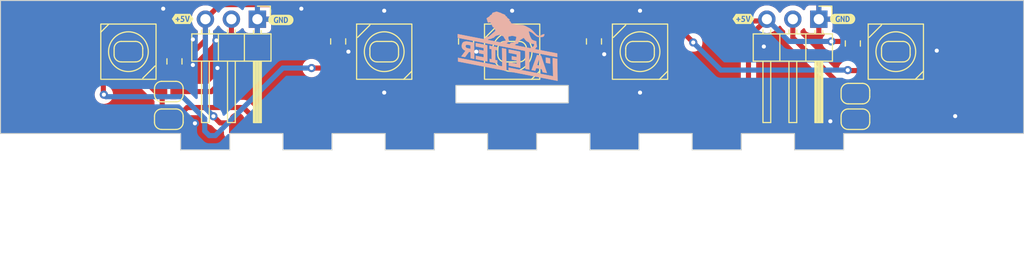
<source format=kicad_pcb>
(kicad_pcb (version 20221018) (generator pcbnew)
  (layers (0 "F.Cu" signal) (31 "B.Cu" signal) (34 "B.Paste" user) (35 "F.Paste" user) (36 "B.SilkS" user "B.Silkscreen") (37 "F.SilkS" user "F.Silkscreen") (38 "B.Mask" user) (39 "F.Mask" user) (44 "Edge.Cuts" user))
  (net 0 "")
  (net 1 "VDD")
  (net 2 "GND")
  (net 3 "Net-(J1-Pin_2)")
  (net 4 "Net-(J2-Pin_2)")
  (net 5 "Net-(J4-Pin_2)")
  (net 6 "Net-(JP1-B)")
  (net 7 "Net-(JP5-B)")
  (net 8 "Net-(JP6-B)")
  (net 9 "Net-(JP7-B)")
  (net 10 "Net-(J3-Pin_2)")
  (net 11 "Net-(JP3-B)")
  (net 12 "Net-(JP4-B)")
  (footprint "Connector_Wire:SolderWirePad_1x03_Corner_SMD" (layer "F.Cu") (at 100 110 180)
    (fp_text reference "J2" hide)
    (fp_text value "Conn_01x03" hide)
  )
  (footprint "Connector_Wire:SolderWirePad_1x03_Corner_SMD" (layer "F.Cu") (at 50 109.975 180)
    (fp_text reference "J4" hide)
    (fp_text value "Conn_01x03" hide)
  )
  (footprint "kibuzzard-64B19658" (layer "F.Cu") (at 97.6 98.8)
    (fp_text reference "kibuzzard-64B19658" hide)
    (fp_text value "G***" hide)
  )
  (footprint "Connector_PinHeader_2.54mm:PinHeader_1x03_P2.54mm_Horizontal" (layer "F.Cu") (at 104.975 98.825 -90)
    (fp_text reference "J1" hide)
    (fp_text value "Conn_01x03")
  )
  (footprint "Jumper:SolderJumper-2_P1.3mm_Open_RoundedPad1.0x1.5mm" (layer "F.Cu") (at 41.45 105.9 180)
    (fp_text reference "JP8" hide)
    (fp_text value "SolderJumper_2_Open" hide)
  )
  (footprint "Capacitor_SMD:C_0805_2012Metric" (layer "F.Cu") (at 42 102.95 90)
    (fp_text reference "C5" hide)
    (fp_text value "100nF" hide)
  )
  (footprint "LED_SMD:IN-PI55TATPRPGPB" (layer "F.Cu") (at 112.5 102)
    (fp_text reference "U1" hide)
    (fp_text value "IN-PI55TATPRPGPB " hide)
  )
  (footprint "Capacitor_SMD:C_0805_2012Metric" (layer "F.Cu") (at 70.5 101 -90)
    (fp_text reference "C3" hide)
    (fp_text value "100nF" hide)
  )
  (footprint "LED_SMD:IN-PI55TATPRPGPB" (layer "F.Cu") (at 62.5 102)
    (fp_text reference "U4" hide)
    (fp_text value "IN-PI55TATPRPGPB " hide)
  )
  (footprint "Jumper:SolderJumper-2_P1.3mm_Open_RoundedPad1.0x1.5mm" (layer "F.Cu") (at 108.55 106.1)
    (fp_text reference "JP1" hide)
    (fp_text value "SolderJumper_2_Open" hide)
  )
  (footprint "Jumper:SolderJumper-2_P1.3mm_Open_RoundedPad1.0x1.5mm" (layer "F.Cu") (at 37.5 102)
    (fp_text reference "JP7" hide)
    (fp_text value "SolderJumper_2_Open" hide)
  )
  (footprint "Jumper:SolderJumper-2_P1.3mm_Open_RoundedPad1.0x1.5mm" (layer "F.Cu") (at 112.5 102 180)
    (fp_text reference "JP3" hide)
    (fp_text value "SolderJumper_2_Open" hide)
  )
  (footprint "LED_SMD:IN-PI55TATPRPGPB" (layer "F.Cu") (at 37.5 102 180)
    (fp_text reference "U5" hide)
    (fp_text value "IN-PI55TATPRPGPB " hide)
  )
  (footprint "Jumper:SolderJumper-2_P1.3mm_Open_RoundedPad1.0x1.5mm" (layer "F.Cu") (at 41.45 108.6 180)
    (fp_text reference "JP9" hide)
    (fp_text value "SolderJumper_2_Open" hide)
  )
  (footprint "Capacitor_SMD:C_0805_2012Metric" (layer "F.Cu") (at 108.3 101.2 -90)
    (fp_text reference "C1" hide)
    (fp_text value "100nF" hide)
  )
  (footprint "Capacitor_SMD:C_0805_2012Metric" (layer "F.Cu") (at 83 101 -90)
    (fp_text reference "C2" hide)
    (fp_text value "100nF" hide)
  )
  (footprint "Connector_PinHeader_2.54mm:PinHeader_1x03_P2.54mm_Horizontal" (layer "F.Cu") (at 50.105 98.825 -90)
    (fp_text reference "J3" hide)
    (fp_text value "Conn_01x03")
  )
  (footprint "kibuzzard-64B1960B" (layer "F.Cu") (at 52.4 98.9)
    (fp_text reference "kibuzzard-64B1960B" hide)
    (fp_text value "G***" hide)
  )
  (footprint "Jumper:SolderJumper-2_P1.3mm_Open_RoundedPad1.0x1.5mm" (layer "F.Cu") (at 75 102 180)
    (fp_text reference "JP5" hide)
    (fp_text value "SolderJumper_2_Open" hide)
  )
  (footprint "LED_SMD:IN-PI55TATPRPGPB" (layer "F.Cu") (at 75 102)
    (fp_text reference "U3" hide)
    (fp_text value "IN-PI55TATPRPGPB " hide)
  )
  (footprint "LED_SMD:IN-PI55TATPRPGPB" (layer "F.Cu") (at 87.5 102)
    (fp_text reference "U2" hide)
    (fp_text value "IN-PI55TATPRPGPB " hide)
  )
  (footprint "Jumper:SolderJumper-2_P1.3mm_Open_RoundedPad1.0x1.5mm" (layer "F.Cu") (at 87.5 102 180)
    (fp_text reference "JP4" hide)
    (fp_text value "SolderJumper_2_Open" hide)
  )
  (footprint "kibuzzard-64B1960B" (layer "F.Cu") (at 107.3 98.8)
    (fp_text reference "kibuzzard-64B1960B" hide)
    (fp_text value "G***" hide)
  )
  (footprint "kibuzzard-64B19658" (layer "F.Cu") (at 42.8 98.8)
    (fp_text reference "kibuzzard-64B19658" hide)
    (fp_text value "G***" hide)
  )
  (footprint "Capacitor_SMD:C_0805_2012Metric" (layer "F.Cu") (at 58 101 -90)
    (fp_text reference "C4" hide)
    (fp_text value "100nF" hide)
  )
  (footprint "Jumper:SolderJumper-2_P1.3mm_Open_RoundedPad1.0x1.5mm" (layer "F.Cu") (at 108.55 108.6)
    (fp_text reference "JP2" hide)
    (fp_text value "SolderJumper_2_Open" hide)
  )
  (footprint "Jumper:SolderJumper-2_P1.3mm_Open_RoundedPad1.0x1.5mm" (layer "F.Cu") (at 62.5 102 180)
    (fp_text reference "JP6" hide)
    (fp_text value "SolderJumper_2_Open" hide)
  )
  (gr_poly (pts (xy 76.902626 103.79305) (xy 77.259897 103.862503) (xy 77.347044 103.599284) (xy 77.899196 103.706605) (xy 77.989609 104.004344) (xy 78.392396 104.082644) (xy 78.161472 103.387617) (xy 77.808411 103.387617) (xy 77.435968 103.315187) (xy 77.617249 102.752493) (xy 77.808411 103.387617) (xy 78.161472 103.387617) (xy 77.833794 102.401383) (xy 77.437581 102.324364)) (stroke (width 0.032045)) (fill solid) (layer "B.SilkS"))
  (gr_poly (pts (xy 78.306199 103.083346) (xy 78.711632 103.162142) (xy 78.70109 102.649843) (xy 78.298593 102.571584)) (stroke (width 0.032045)) (fill solid) (layer "B.SilkS"))
  (gr_poly (pts (xy 74.670329 102.113731) (xy 75.441175 102.263551) (xy 75.444152 102.537229) (xy 74.97431 102.445907) (xy 74.975798 102.773453) (xy 75.445641 102.864776) (xy 75.448947 103.183267) (xy 74.678101 103.033406) (xy 74.679589 103.360952) (xy 75.801216 103.578944) (xy 75.788275 102.003805) (xy 74.666649 101.785772)) (stroke (width 0.032045)) (fill solid) (layer "B.SilkS"))
  (gr_poly (pts (xy 71.451962 101.488115) (xy 72.222809 101.637977) (xy 72.225785 101.911655) (xy 71.755902 101.820333) (xy 71.757431 102.147837) (xy 72.227274 102.239201) (xy 72.230581 102.557652) (xy 71.459734 102.407832) (xy 71.461222 102.735337) (xy 72.582849 102.953369) (xy 72.569909 101.378189) (xy 71.448282 101.160197)) (stroke (width 0.032045)) (fill solid) (layer "B.SilkS"))
  (gr_poly (pts (xy 74.044961 103.442022) (xy 69.712326 102.59982) (xy 69.717246 102.957793) (xy 74.443324 103.876435) (xy 74.407688 101.735418) (xy 74.00825 101.657779)) (stroke (width 0.032045)) (fill solid) (layer "B.SilkS"))
  (gr_poly (pts (xy 79.00594 104.406304) (xy 74.652345 103.560051) (xy 74.65834 103.91823) (xy 79.439319 104.847579) (xy 79.407569 102.707307) (xy 78.969229 102.622103)) (stroke (width 0.032045)) (fill solid) (layer "B.SilkS"))
  (gr_poly (pts (xy 73.480376 98.09557) (xy 73.477022 98.097448) (xy 73.473359 98.099293) (xy 73.469422 98.101091) (xy 73.46525 98.102823) (xy 73.460879 98.104472) (xy 73.456345 98.106023) (xy 73.451685 98.107459) (xy 73.446937 98.108762) (xy 73.442136 98.109916) (xy 73.43732 98.110905) (xy 73.432526 98.111711) (xy 73.427791 98.112318) (xy 73.42315 98.112709) (xy 73.418642 98.112867) (xy 73.414302 98.112776) (xy 73.409535 98.113327) (xy 73.403992 98.114223) (xy 73.390829 98.116946) (xy 73.375314 98.120739) (xy 73.357946 98.125393) (xy 73.319651 98.136451) (xy 73.279943 98.148454) (xy 73.270091 98.152096) (xy 73.260355 98.155852) (xy 73.250807 98.159674) (xy 73.241518 98.163513) (xy 73.224005 98.171051) (xy 73.208391 98.178082) (xy 73.195248 98.184221) (xy 73.18515 98.189082) (xy 73.176383 98.193433) (xy 73.174536 98.191883) (xy 73.172661 98.190402) (xy 73.170765 98.188988) (xy 73.168853 98.18764) (xy 73.16693 98.186358) (xy 73.165003 98.185138) (xy 73.161157 98.182885) (xy 73.15736 98.180871) (xy 73.153656 98.179086) (xy 73.150091 98.177519) (xy 73.146711 98.17616) (xy 73.143559 98.174999) (xy 73.140682 98.174026) (xy 73.138123 98.173231) (xy 73.135929 98.172604) (xy 73.132813 98.17181) (xy 73.131694 98.171563) (xy 73.129781 98.175252) (xy 73.128004 98.178557) (xy 73.126343 98.18152) (xy 73.124773 98.184186) (xy 73.123272 98.186596) (xy 73.121817 98.188796) (xy 73.120385 98.190829) (xy 73.118954 98.192736) (xy 73.1175 98.194563) (xy 73.116001 98.196353) (xy 73.114434 98.198148) (xy 73.112776 98.199992) (xy 73.104781 98.208729) (xy 73.100355 98.213888) (xy 73.096256 98.219149) (xy 73.092158 98.224793) (xy 73.087739 98.231101) (xy 73.076644 98.246832) (xy 73.06932 98.256818) (xy 73.060381 98.268591) (xy 73.055489 98.275373) (xy 73.05069 98.282852) (xy 73.046014 98.290872) (xy 73.041491 98.299277) (xy 73.037153 98.30791) (xy 73.033031 98.316613) (xy 73.029155 98.325231) (xy 73.025556 98.333607) (xy 73.019313 98.349006) (xy 73.014548 98.361557) (xy 73.01044 98.373101) (xy 73.001878 98.378772) (xy 72.981442 98.391913) (xy 72.969231 98.39947) (xy 72.957004 98.406717) (xy 72.945746 98.412928) (xy 72.940787 98.415419) (xy 72.93644 98.417378) (xy 72.932773 98.419717) (xy 72.928861 98.421993) (xy 72.924753 98.4242) (xy 72.920495 98.426335) (xy 72.916139 98.428392) (xy 72.911731 98.430368) (xy 72.902959 98.434054) (xy 72.875586 98.44458) (xy 72.873683 98.445153) (xy 72.87186 98.445795) (xy 72.870114 98.446502) (xy 72.868443 98.447268) (xy 72.866845 98.448089) (xy 72.865318 98.448961) (xy 72.863859 98.449878) (xy 72.862467 98.450837) (xy 72.86114 98.451833) (xy 72.859875 98.452861) (xy 72.85867 98.453916) (xy 72.857524 98.454994) (xy 72.856434 98.45609) (xy 72.855398 98.4572) (xy 72.85348 98.459443) (xy 72.851753 98.461685) (xy 72.850202 98.463889) (xy 72.848808 98.466019) (xy 72.847556 98.468038) (xy 72.84541 98.471594) (xy 72.844482 98.473058) (xy 72.843629 98.474263) (xy 72.843113 98.47601) (xy 72.842042 98.478786) (xy 72.83849 98.486827) (xy 72.833479 98.497184) (xy 72.827516 98.508656) (xy 72.824336 98.514434) (xy 72.821107 98.52004) (xy 72.817894 98.525324) (xy 72.814759 98.530135) (xy 72.811767 98.534323) (xy 72.808979 98.537738) (xy 72.807682 98.539109) (xy 72.80646 98.540231) (xy 72.80532 98.541084) (xy 72.804272 98.541649) (xy 72.801406 98.543216) (xy 72.798249 98.545261) (xy 72.794848 98.547717) (xy 72.791251 98.550516) (xy 72.787503 98.553592) (xy 72.783653 98.556877) (xy 72.775828 98.563804) (xy 72.760995 98.577207) (xy 72.754734 98.582607) (xy 72.752057 98.584746) (xy 72.749743 98.586422) (xy 72.744653 98.589959) (xy 72.738066 98.594697) (xy 72.721688 98.606647) (xy 72.703194 98.620019) (xy 72.693961 98.626534) (xy 72.685168 98.632558) (xy 72.680676 98.635422) (xy 72.675713 98.638322) (xy 72.670352 98.641249) (xy 72.664668 98.644193) (xy 72.652622 98.650095) (xy 72.640163 98.655954) (xy 72.627881 98.661695) (xy 72.616364 98.667242) (xy 72.606201 98.67252) (xy 72.601811 98.675035) (xy 72.597979 98.677455) (xy 72.593062 98.684596) (xy 72.588655 98.690882) (xy 72.584805 98.696281) (xy 72.581555 98.700765) (xy 72.57895 98.704305) (xy 72.577035 98.706869) (xy 72.575449 98.708957) (xy 72.570909 98.710829) (xy 72.566581 98.712756) (xy 72.562462 98.714729) (xy 72.558547 98.716742) (xy 72.554831 98.718787) (xy 72.55131 98.720856) (xy 72.54798 98.722943) (xy 72.544835 98.725039) (xy 72.541872 98.727137) (xy 72.539086 98.72923) (xy 72.536472 98.73131) (xy 72.534025 98.733369) (xy 72.531743 98.735401) (xy 72.529618 98.737398) (xy 72.527649 98.739352) (xy 72.525829 98.741256) (xy 72.524154 98.743102) (xy 72.52262 98.744884) (xy 72.519956 98.748221) (xy 72.517801 98.751209) (xy 72.516119 98.753788) (xy 72.514873 98.755897) (xy 72.514028 98.757478) (xy 72.513396 98.758814) (xy 72.51478 98.760926) (xy 72.516086 98.763042) (xy 72.517312 98.765179) (xy 72.518452 98.767357) (xy 72.519505 98.769594) (xy 72.520465 98.771908) (xy 72.521331 98.774319) (xy 72.522097 98.776844) (xy 72.52276 98.779501) (xy 72.523317 98.78231) (xy 72.523765 98.785289) (xy 72.524098 98.788457) (xy 72.524315 98.791831) (xy 72.524411 98.795431) (xy 72.524383 98.799274) (xy 72.524227 98.80338) (xy 72.52448 98.805591) (xy 72.524864 98.80786) (xy 72.52537 98.810177) (xy 72.525989 98.812536) (xy 72.526712 98.814927) (xy 72.527529 98.817342) (xy 72.52941 98.822211) (xy 72.531561 98.827076) (xy 72.533908 98.83187) (xy 72.536377 98.836525) (xy 72.538896 98.840974) (xy 72.541393 98.845152) (xy 72.543793 98.84899) (xy 72.548014 98.855379) (xy 72.552091 98.861134) (xy 72.552084 98.864294) (xy 72.552184 98.867691) (xy 72.552449 98.87181) (xy 72.552666 98.874024) (xy 72.552951 98.876281) (xy 72.553313 98.878534) (xy 72.553761 98.880737) (xy 72.554305 98.882844) (xy 72.554953 98.884809) (xy 72.555714 98.886586) (xy 72.55614 98.88739) (xy 72.556597 98.888129) (xy 72.557445 98.88949) (xy 72.558111 98.890781) (xy 72.558618 98.892052) (xy 72.558991 98.893349) (xy 72.559254 98.89472) (xy 72.559431 98.896213) (xy 72.559622 98.899756) (xy 72.559758 98.90436) (xy 72.560032 98.910406) (xy 72.560281 98.91409) (xy 72.560637 98.918277) (xy 72.561123 98.923016) (xy 72.561765 98.928354) (xy 72.562466 98.931163) (xy 72.563249 98.933822) (xy 72.56411 98.936339) (xy 72.565041 98.93872) (xy 72.566039 98.940969) (xy 72.567098 98.943095) (xy 72.568213 98.945102) (xy 72.569377 98.946997) (xy 72.570586 98.948786) (xy 72.571834 98.950475) (xy 72.573116 98.95207) (xy 72.574427 98.953578) (xy 72.575761 98.955004) (xy 72.577113 98.956355) (xy 72.579848 98.958854) (xy 72.582589 98.961125) (xy 72.585295 98.963217) (xy 72.590424 98.967057) (xy 72.592762 98.968904) (xy 72.594891 98.970768) (xy 72.595864 98.971721) (xy 72.596769 98.972696) (xy 72.5976 98.9737) (xy 72.598352 98.974739) (xy 72.599227 98.976136) (xy 72.599962 98.977507) (xy 72.600566 98.978858) (xy 72.601044 98.980191) (xy 72.601406 98.98151) (xy 72.601658 98.982819) (xy 72.601809 98.984123) (xy 72.601865 98.985425) (xy 72.601835 98.986729) (xy 72.601726 98.988039) (xy 72.601302 98.990692) (xy 72.600654 98.993416) (xy 72.599841 98.996242) (xy 72.597969 99.002323) (xy 72.597031 99.00564) (xy 72.596173 99.009185) (xy 72.595456 99.012987) (xy 72.594939 99.017077) (xy 72.594776 99.019241) (xy 72.594686 99.021488) (xy 72.594676 99.023823) (xy 72.594755 99.02625) (xy 72.595073 99.031062) (xy 72.59552 99.035612) (xy 72.596091 99.03992) (xy 72.596783 99.044002) (xy 72.597593 99.047878) (xy 72.598516 99.051566) (xy 72.59955 99.055084) (xy 72.600689 99.058451) (xy 72.601932 99.061685) (xy 72.603273 99.064805) (xy 72.604709 99.067828) (xy 72.606238 99.070773) (xy 72.607854 99.073659) (xy 72.609554 99.076504) (xy 72.611335 99.079326) (xy 72.613193 99.082143) (xy 72.614927 99.08486) (xy 72.616373 99.087386) (xy 72.617582 99.089751) (xy 72.618607 99.091983) (xy 72.619499 99.094113) (xy 72.62031 99.09617) (xy 72.621893 99.10018) (xy 72.62277 99.102192) (xy 72.623772 99.104248) (xy 72.624951 99.106377) (xy 72.626359 99.108609) (xy 72.628047 99.110972) (xy 72.630067 99.113496) (xy 72.632472 99.11621) (xy 72.635311 99.119144) (xy 72.640756 99.124545) (xy 72.645055 99.128765) (xy 72.648599 99.132149) (xy 72.651781 99.13504) (xy 72.654991 99.137785) (xy 72.658623 99.140726) (xy 72.663066 99.144209) (xy 72.668714 99.148579) (xy 72.670258 99.149781) (xy 72.671703 99.150927) (xy 72.67305 99.152016) (xy 72.674305 99.153051) (xy 72.675469 99.154032) (xy 72.676547 99.154961) (xy 72.677542 99.155839) (xy 72.678457 99.156667) (xy 72.679295 99.157446) (xy 72.68006 99.158179) (xy 72.680756 99.158865) (xy 72.681384 99.159507) (xy 72.68195 99.160105) (xy 72.682456 99.16066) (xy 72.682905 99.161175) (xy 72.683301 99.16165) (xy 72.683647 99.162087) (xy 72.683947 99.162486) (xy 72.684203 99.162849) (xy 72.68442 99.163178) (xy 72.6846 99.163473) (xy 72.684747 99.163736) (xy 72.684864 99.163968) (xy 72.684955 99.16417) (xy 72.685022 99.164343) (xy 72.68507 99.16449) (xy 72.685101 99.16461) (xy 72.685119 99.164706) (xy 72.685129 99.164829) (xy 72.685127 99.164867) (xy 72.689168 99.163769) (xy 72.693733 99.162244) (xy 72.69651 99.161193) (xy 72.699562 99.159933) (xy 72.702849 99.158452) (xy 72.706331 99.156736) (xy 72.709966 99.154773) (xy 72.713714 99.15255) (xy 72.717536 99.150054) (xy 72.721389 99.147274) (xy 72.725235 99.144195) (xy 72.729031 99.140806) (xy 72.730873 99.139129) (xy 72.732645 99.137637) (xy 72.734351 99.136323) (xy 72.735999 99.135178) (xy 72.737594 99.134192) (xy 72.739143 99.133357) (xy 72.74065 99.132663) (xy 72.742123 99.132102) (xy 72.743566 99.131664) (xy 72.744986 99.131341) (xy 72.74639 99.131123) (xy 72.747782 99.131001) (xy 72.749169 99.130968) (xy 72.750556 99.131012) (xy 72.753358 99.131301) (xy 72.756234 99.131796) (xy 72.759231 99.132425) (xy 72.765783 99.133796) (xy 72.769432 99.134394) (xy 72.773393 99.134839) (xy 72.775506 99.134981) (xy 72.777715 99.135057) (xy 72.780025 99.135059) (xy 72.782444 99.134977) (xy 72.800889 99.133291) (xy 72.81055 99.132456) (xy 72.820218 99.131775) (xy 72.829681 99.13136) (xy 72.834269 99.131287) (xy 72.838726 99.131323) (xy 72.843025 99.131481) (xy 72.847139 99.131775) (xy 72.851043 99.132219) (xy 72.854708 99.132828) (xy 72.857334 99.133391) (xy 72.859905 99.134035) (xy 72.862422 99.134754) (xy 72.864885 99.135544) (xy 72.867294 99.1364) (xy 72.869651 99.137318) (xy 72.871954 99.138292) (xy 72.874205 99.139318) (xy 72.876403 99.140391) (xy 72.87855 99.141507) (xy 72.882689 99.143847) (xy 72.886623 99.146299) (xy 72.890357 99.148827) (xy 72.893892 99.151393) (xy 72.89723 99.153958) (xy 72.900375 99.156485) (xy 72.90333 99.158936) (xy 72.908675 99.163459) (xy 72.911072 99.165455) (xy 72.913288 99.167223) (xy 72.915337 99.169074) (xy 72.917241 99.171322) (xy 72.919014 99.173937) (xy 72.920673 99.176887) (xy 72.922233 99.180144) (xy 72.92371 99.183676) (xy 72.925119 99.187452) (xy 72.926477 99.191444) (xy 72.929099 99.199949) (xy 72.931702 99.208949) (xy 72.93441 99.218199) (xy 72.937349 99.227457) (xy 72.938825 99.232033) (xy 72.940164 99.236577) (xy 72.941376 99.241087) (xy 72.942471 99.245559) (xy 72.94435 99.254381) (xy 72.945884 99.263021) (xy 72.947151 99.271454) (xy 72.948233 99.27966) (xy 72.950165 99.295298) (xy 72.950729 99.297246) (xy 72.951343 99.299199) (xy 72.952706 99.303107) (xy 72.954218 99.306987) (xy 72.955843 99.310803) (xy 72.957545 99.314519) (xy 72.959287 99.3181) (xy 72.961035 99.321509) (xy 72.962751 99.324711) (xy 72.9644 99.32767) (xy 72.965947 99.330351) (xy 72.968586 99.334733) (xy 72.971042 99.338583) (xy 72.976228 99.330793) (xy 72.981342 99.322798) (xy 72.986192 99.314982) (xy 72.990588 99.307727) (xy 72.997254 99.296436) (xy 72.999815 99.291991) (xy 73.001807 99.295169) (xy 73.004016 99.299192) (xy 73.006479 99.304259) (xy 73.009235 99.310569) (xy 73.012319 99.318322) (xy 73.015769 99.327716) (xy 73.019623 99.338951) (xy 73.023918 99.352225) (xy 73.041036 99.422946) (xy 73.0436 99.432106) (xy 73.046366 99.441119) (xy 73.049364 99.44992) (xy 73.052628 99.458443) (xy 73.056189 99.466622) (xy 73.06008 99.474392) (xy 73.064333 99.481688) (xy 73.068979 99.488444) (xy 73.072909 99.494434) (xy 73.076221 99.499768) (xy 73.078994 99.504536) (xy 73.081305 99.508832) (xy 73.083231 99.512746) (xy 73.084851 99.51637) (xy 73.086242 99.519797) (xy 73.087481 99.523117) (xy 73.089817 99.529806) (xy 73.092479 99.537171) (xy 73.094126 99.541336) (xy 73.096088 99.545946) (xy 73.098443 99.551091) (xy 73.101267 99.556864) (xy 73.104312 99.562782) (xy 73.107268 99.568305) (xy 73.11012 99.573435) (xy 73.112852 99.578172) (xy 73.115452 99.58252) (xy 73.117902 99.586479) (xy 73.12019 99.590052) (xy 73.122299 99.593241) (xy 73.124215 99.596048) (xy 73.125924 99.598474) (xy 73.127411 99.600522) (xy 73.12866 99.602193) (xy 73.130389 99.604414) (xy 73.130991 99.60515) (xy 73.132253 99.603256) (xy 73.133461 99.601355) (xy 73.134615 99.599451) (xy 73.135717 99.597551) (xy 73.137766 99.593773) (xy 73.139617 99.590057) (xy 73.141277 99.586437) (xy 73.142752 99.582949) (xy 73.144052 99.579627) (xy 73.145183 99.576507) (xy 73.146152 99.573622) (xy 73.146968 99.571009) (xy 73.148169 99.566736) (xy 73.149057 99.562982) (xy 73.153069 99.570098) (xy 73.157527 99.577734) (xy 73.163124 99.586972) (xy 73.16949 99.596974) (xy 73.176254 99.6069) (xy 73.179669 99.611573) (xy 73.183044 99.615913) (xy 73.186333 99.619815) (xy 73.189489 99.623175) (xy 73.197877 99.630449) (xy 73.207898 99.639346) (xy 73.218822 99.649492) (xy 73.224395 99.654917) (xy 73.229919 99.660515) (xy 73.235304 99.666238) (xy 73.240458 99.67204) (xy 73.24529 99.677874) (xy 73.249708 99.683694) (xy 73.253622 99.689454) (xy 73.25694 99.695105) (xy 73.258347 99.697876) (xy 73.259571 99.700602) (xy 73.2606 99.703279) (xy 73.261422 99.705899) (xy 73.263126 99.711336) (xy 73.26392 99.713334) (xy 73.264681 99.714905) (xy 73.265412 99.716088) (xy 73.26612 99.71692) (xy 73.266807 99.717443) (xy 73.267478 99.717694) (xy 73.268137 99.717714) (xy 73.268788 99.71754) (xy 73.270086 99.71677) (xy 73.27278 99.714638) (xy 73.274244 99.7139) (xy 73.27502 99.713751) (xy 73.275831 99.7138) (xy 73.276682 99.714086) (xy 73.277576 99.714649) (xy 73.278519 99.715527) (xy 73.279514 99.716761) (xy 73.280565 99.718388) (xy 73.281677 99.720449) (xy 73.282854 99.722981) (xy 73.284101 99.726025) (xy 73.286818 99.733804) (xy 73.289865 99.744097) (xy 73.291583 99.749518) (xy 73.293835 99.755384) (xy 73.296565 99.761641) (xy 73.299716 99.768235) (xy 73.303233 99.775111) (xy 73.307059 99.782215) (xy 73.315414 99.796893) (xy 73.349934 99.8539) (xy 73.372051 99.8909) (xy 73.366594 99.951878) (xy 73.316571 100.023688) (xy 73.210214 100.118347) (xy 73.118319 100.198338) (xy 73.074667 100.235318) (xy 73.037105 100.26603) (xy 72.999385 100.297971) (xy 72.955419 100.336378) (xy 72.860641 100.42038) (xy 72.815773 100.459872) (xy 72.776549 100.493622) (xy 72.745942 100.518578) (xy 72.734798 100.526804) (xy 72.726923 100.531688) (xy 72.720194 100.534688) (xy 72.712329 100.537528) (xy 72.703461 100.540218) (xy 72.693719 100.542769) (xy 72.672147 100.547505) (xy 72.648666 100.551827) (xy 72.556722 100.566828) (xy 72.540278 100.569914) (xy 72.525173 100.573042) (xy 72.511336 100.576207) (xy 72.4987 100.579403) (xy 72.487195 100.582624) (xy 72.476752 100.585867) (xy 72.467302 100.589125) (xy 72.458776 100.592393) (xy 72.451106 100.595667) (xy 72.444222 100.598942) (xy 72.438056 100.602211) (xy 72.432538 100.60547) (xy 72.427599 100.608713) (xy 72.423172 100.611936) (xy 72.419185 100.615134) (xy 72.415571 100.6183) (xy 72.409186 100.62452) (xy 72.403464 100.630554) (xy 72.397853 100.636361) (xy 72.394917 100.639167) (xy 72.391802 100.641901) (xy 72.38844 100.644557) (xy 72.38476 100.64713) (xy 72.380694 100.649616) (xy 72.376174 100.652009) (xy 72.37113 100.654304) (xy 72.365493 100.656495) (xy 72.359194 100.658579) (xy 72.352165 100.660548) (xy 72.345047 100.662714) (xy 72.338511 100.665364) (xy 72.332534 100.668463) (xy 72.327092 100.671973) (xy 72.322163 100.67586) (xy 72.317723 100.680086) (xy 72.313748 100.684615) (xy 72.310215 100.689412) (xy 72.307101 100.694438) (xy 72.304383 100.69966) (xy 72.302036 100.705039) (xy 72.300038 100.71054) (xy 72.298366 100.716127) (xy 72.296995 100.721762) (xy 72.295903 100.727411) (xy 72.295066 100.733036) (xy 72.294064 100.744071) (xy 72.293802 100.754576) (xy 72.294094 100.764262) (xy 72.294751 100.772838) (xy 72.296418 100.785499) (xy 72.297306 100.790235) (xy 72.389517 100.807119) (xy 72.473202 100.820648) (xy 72.515228 100.826474) (xy 72.553869 100.830833) (xy 72.563051 100.831363) (xy 72.571371 100.831584) (xy 72.578982 100.831466) (xy 72.58604 100.830975) (xy 72.592698 100.83008) (xy 72.599112 100.82875) (xy 72.605436 100.826952) (xy 72.611824 100.824655) (xy 72.618432 100.821826) (xy 72.625413 100.818435) (xy 72.632923 100.81445) (xy 72.641115 100.809837) (xy 72.683804 100.784489) (xy 72.690027 100.780667) (xy 72.69611 100.777133) (xy 72.702051 100.773876) (xy 72.707844 100.770885) (xy 72.713488 100.768149) (xy 72.718977 100.765657) (xy 72.724307 100.763398) (xy 72.729476 100.761362) (xy 72.734478 100.759537) (xy 72.739311 100.757913) (xy 72.743971 100.756478) (xy 72.748453 100.755222) (xy 72.752753 100.754133) (xy 72.756869 100.753202) (xy 72.760796 100.752416) (xy 72.76453 100.751765) (xy 72.771404 100.750824) (xy 72.777461 100.750293) (xy 72.782671 100.750083) (xy 72.787002 100.750106) (xy 72.790424 100.750277) (xy 72.792906 100.750507) (xy 72.794929 100.750796) (xy 72.819284 100.748383) (xy 72.844922 100.745285) (xy 72.875262 100.740851) (xy 72.9071 100.735028) (xy 72.922579 100.731578) (xy 72.937231 100.72776) (xy 72.950655 100.723567) (xy 72.962452 100.718992) (xy 72.97222 100.714029) (xy 72.976218 100.711399) (xy 72.979558 100.70867) (xy 72.984425 100.704403) (xy 72.989947 100.70024) (xy 72.996069 100.696182) (xy 73.00274 100.69223) (xy 73.017515 100.684657) (xy 73.033846 100.677539) (xy 73.05131 100.670891) (xy 73.069481 100.664732) (xy 73.087936 100.659078) (xy 73.10625 100.653947) (xy 73.140758 100.64532) (xy 73.169609 100.638989) (xy 73.196765 100.633759) (xy 73.217034 100.61136) (xy 73.239424 100.587547) (xy 73.267365 100.559046) (xy 73.298895 100.528647) (xy 73.315391 100.513607) (xy 73.332048 100.49914) (xy 73.348619 100.485593) (xy 73.36486 100.473316) (xy 73.380525 100.462658) (xy 73.395368 100.453966) (xy 73.41111 100.446394) (xy 73.429397 100.438866) (xy 73.449874 100.431396) (xy 73.472183 100.423993) (xy 73.520877 100.409438) (xy 73.572628 100.395292) (xy 73.673905 100.368591) (xy 73.717731 100.356219) (xy 73.736695 100.350317) (xy 73.753217 100.344619) (xy 73.758432 100.343048) (xy 73.763736 100.341226) (xy 73.769159 100.339199) (xy 73.774729 100.337009) (xy 73.786428 100.332318) (xy 73.792614 100.329904) (xy 73.799064 100.327504) (xy 73.801185 100.329181) (xy 73.803297 100.330924) (xy 73.807522 100.33457) (xy 73.816158 100.342279) (xy 73.820671 100.34621) (xy 73.825382 100.350104) (xy 73.827829 100.352016) (xy 73.830345 100.353895) (xy 73.832936 100.355732) (xy 73.835609 100.357518) (xy 73.84509 100.36485) (xy 73.85665 100.372501) (xy 73.870147 100.380426) (xy 73.885436 100.388584) (xy 73.920808 100.405425) (xy 73.961609 100.422681) (xy 74.006683 100.440012) (xy 74.054871 100.457074) (xy 74.105017 100.473525) (xy 74.155962 100.489024) (xy 74.161045 100.500822) (xy 74.166445 100.512568) (xy 74.172362 100.5248) (xy 74.178998 100.538053) (xy 74.216734 100.612014) (xy 74.22288 100.623935) (xy 74.231553 100.639092) (xy 74.254865 100.676908) (xy 74.283443 100.721039) (xy 74.31406 100.767063) (xy 74.368507 100.8471) (xy 74.392392 100.881641) (xy 74.387169 100.89317) (xy 74.381206 100.905281) (xy 74.373512 100.919579) (xy 74.369134 100.927068) (xy 74.364466 100.934529) (xy 74.359553 100.941769) (xy 74.354444 100.948598) (xy 74.349185 100.954824) (xy 74.343824 100.960254) (xy 74.34112 100.96261) (xy 74.338409 100.964697) (xy 74.335695 100.966488) (xy 74.332985 100.967961) (xy 74.324467 100.972403) (xy 74.316653 100.975864) (xy 74.309339 100.978486) (xy 74.30232 100.980409) (xy 74.295391 100.981776) (xy 74.288348 100.982728) (xy 74.273097 100.983954) (xy 74.25493 100.985219) (xy 74.24424 100.98622) (xy 74.232208 100.987657) (xy 74.218626 100.989669) (xy 74.203292 100.992399) (xy 74.186 100.995989) (xy 74.166545 101.000579) (xy 74.161373 101.00216) (xy 74.156219 101.004013) (xy 74.151086 101.0061) (xy 74.145976 101.008383) (xy 74.140892 101.010825) (xy 74.135837 101.013388) (xy 74.125824 101.018724) (xy 74.115958 101.024089) (xy 74.106261 101.029181) (xy 74.101482 101.031529) (xy 74.096754 101.033696) (xy 74.092079 101.035643) (xy 74.08746 101.037332) (xy 74.082085 101.039449) (xy 74.077128 101.041858) (xy 74.072575 101.044535) (xy 74.068409 101.047456) (xy 74.064614 101.050598) (xy 74.061172 101.053938) (xy 74.058069 101.057452) (xy 74.055287 101.061116) (xy 74.05281 101.064907) (xy 74.050622 101.068801) (xy 74.048707 101.072775) (xy 74.047048 101.076805) (xy 74.045629 101.080868) (xy 74.044434 101.08494) (xy 74.043446 101.088998) (xy 74.042649 101.093018) (xy 74.041563 101.10085) (xy 74.041045 101.108249) (xy 74.040965 101.115026) (xy 74.041192 101.120993) (xy 74.041596 101.125961) (xy 74.042046 101.129743) (xy 74.042563 101.132995) (xy 74.436462 101.210385) (xy 69.680659 100.285956) (xy 69.685497 100.638886) (xy 76.265725 101.917939) (xy 76.301898 103.676302) (xy 76.68017 103.749807) (xy 76.6509 101.992808) (xy 79.404882 102.528134) (xy 79.399631 102.175122) (xy 74.438777 101.21084) (xy 74.451746 101.192562) (xy 74.463564 101.175743) (xy 74.475033 101.159164) (xy 74.480396 101.1528) (xy 74.48655 101.146481) (xy 74.493371 101.140226) (xy 74.500735 101.134053) (xy 74.508519 101.127982) (xy 74.516601 101.122031) (xy 74.53316 101.110567) (xy 74.564417 101.089913) (xy 74.571124 101.085334) (xy 74.577141 101.081025) (xy 74.582345 101.077007) (xy 74.586613 101.073299) (xy 74.591699 101.068513) (xy 74.598108 101.061274) (xy 74.605613 101.051965) (xy 74.613986 101.040964) (xy 74.632422 101.015416) (xy 74.651595 100.987679) (xy 74.684857 100.937825) (xy 74.699185 100.915789) (xy 74.684932 100.886506) (xy 74.670698 100.853878) (xy 74.65491 100.812793) (xy 74.64718 100.789908) (xy 74.639957 100.765902) (xy 74.63354 100.741107) (xy 74.628226 100.715854) (xy 74.624316 100.690475) (xy 74.622106 100.665301) (xy 74.621897 100.640663) (xy 74.622635 100.628648) (xy 74.623985 100.616892) (xy 74.625322 100.607546) (xy 74.626801 100.598601) (xy 74.628414 100.590045) (xy 74.630155 100.581868) (xy 74.632015 100.574059) (xy 74.633987 100.566606) (xy 74.636063 100.559498) (xy 74.638237 100.552726) (xy 74.6405 100.546277) (xy 74.642845 100.540141) (xy 74.645264 100.534307) (xy 74.647751 100.528764) (xy 74.650297 100.523501) (xy 74.652894 100.518507) (xy 74.655537 100.51377) (xy 74.658216 100.509281) (xy 74.695771 100.503084) (xy 74.732182 100.496662) (xy 74.766838 100.490202) (xy 74.79913 100.48389) (xy 74.85418 100.472455) (xy 74.892455 100.463847) (xy 74.927973 100.457436) (xy 74.964011 100.453619) (xy 75.000414 100.452181) (xy 75.03703 100.452904) (xy 75.073704 100.455572) (xy 75.110282 100.459967) (xy 75.146612 100.465874) (xy 75.18254 100.473074) (xy 75.217912 100.481352) (xy 75.252574 100.490489) (xy 75.319154 100.510479) (xy 75.381053 100.531308) (xy 75.437041 100.551242) (xy 75.431364 100.568459) (xy 75.425564 100.587872) (xy 75.419683 100.609258) (xy 75.413765 100.632397) (xy 75.407852 100.657069) (xy 75.401987 100.683051) (xy 75.396214 100.710123) (xy 75.390574 100.738063) (xy 75.385664 100.761177) (xy 75.38003 100.784413) (xy 75.373775 100.807594) (xy 75.367 100.830543) (xy 75.359807 100.853085) (xy 75.352298 100.875043) (xy 75.344574 100.896242) (xy 75.336737 100.916505) (xy 75.328889 100.935656) (xy 75.321131 100.953518) (xy 75.313565 100.969916) (xy 75.306294 100.984673) (xy 75.299417 100.997613) (xy 75.293038 101.008561) (xy 75.287257 101.017339) (xy 75.282177 101.023772) (xy 75.276802 101.029057) (xy 75.270173 101.034489) (xy 75.262452 101.04003) (xy 75.253798 101.045647) (xy 75.24437 101.051302) (xy 75.23433 101.056961) (xy 75.213051 101.068149) (xy 75.135417 101.105958) (xy 75.126514 101.110291) (xy 75.118634 101.113653) (xy 75.111435 101.116184) (xy 75.104572 101.11802) (xy 75.097704 101.119301) (xy 75.090487 101.120165) (xy 75.073636 101.121193) (xy 75.051275 101.12221) (xy 75.020663 101.124323) (xy 75.001404 101.126136) (xy 74.979055 101.128638) (xy 74.95327 101.131967) (xy 74.923708 101.136261) (xy 74.919363 101.136994) (xy 74.915157 101.137863) (xy 74.911086 101.13886) (xy 74.907146 101.139978) (xy 74.903332 101.141209) (xy 74.89964 101.142545) (xy 74.896065 101.14398) (xy 74.892602 101.145505) (xy 74.889248 101.147113) (xy 74.885997 101.148798) (xy 74.882844 101.150551) (xy 74.879787 101.152364) (xy 74.873937 101.156145) (xy 74.868411 101.16008) (xy 74.863172 101.164109) (xy 74.858185 101.168174) (xy 74.84882 101.176171) (xy 74.840028 101.183593) (xy 74.835755 101.186939) (xy 74.831518 101.189963) (xy 74.818532 101.197622) (xy 74.81436 101.200409) (xy 74.810053 101.203667) (xy 74.805728 101.207457) (xy 74.801501 101.21184) (xy 74.799461 101.214274) (xy 74.79749 101.216879) (xy 74.795602 101.219663) (xy 74.793812 101.222633) (xy 74.792135 101.225798) (xy 74.790584 101.229165) (xy 74.789176 101.232741) (xy 74.787924 101.236534) (xy 74.786843 101.240553) (xy 74.785948 101.244804) (xy 74.785253 101.249295) (xy 74.784773 101.254034) (xy 74.784524 101.259028) (xy 74.784518 101.264286) (xy 74.784771 101.269815) (xy 74.785298 101.275622) (xy 75.244392 101.365787) (xy 75.253809 101.353196) (xy 75.264693 101.339636) (xy 75.278903 101.323171) (xy 75.287071 101.314303) (xy 75.295848 101.305253) (xy 75.305161 101.296203) (xy 75.314936 101.287335) (xy 75.325098 101.278829) (xy 75.335574 101.270869) (xy 75.346289 101.263634) (xy 75.351714 101.260346) (xy 75.35717 101.257308) (xy 75.369362 101.25103) (xy 75.383568 101.245014) (xy 75.399403 101.23928) (xy 75.41648 101.233847) (xy 75.434412 101.228735) (xy 75.452813 101.223964) (xy 75.489475 101.215524) (xy 75.523374 101.208684) (xy 75.551416 101.203602) (xy 75.57756 101.199347) (xy 75.581228 101.175217) (xy 75.585937 101.148809) (xy 75.592671 101.116178) (xy 75.601514 101.079828) (xy 75.606752 101.061041) (xy 75.612547 101.042263) (xy 75.618911 101.023807) (xy 75.625853 101.005986) (xy 75.633384 100.989113) (xy 75.641515 100.973501) (xy 75.643983 100.969257) (xy 75.647356 100.964378) (xy 75.651553 100.958953) (xy 75.656495 100.953071) (xy 75.662102 100.946822) (xy 75.668294 100.940296) (xy 75.674992 100.933582) (xy 75.682115 100.92677) (xy 75.689585 100.919949) (xy 75.697321 100.91321) (xy 75.705243 100.906641) (xy 75.713273 100.900332) (xy 75.72133 100.894373) (xy 75.729335 100.888854) (xy 75.737207 100.883863) (xy 75.744867 100.879491) (xy 75.760047 100.870768) (xy 75.776093 100.86057) (xy 75.814488 100.834793) (xy 75.83869 100.818735) (xy 75.867465 100.800246) (xy 75.901738 100.779085) (xy 75.942437 100.755013) (xy 75.982908 100.730532) (xy 76.018195 100.708859) (xy 76.048232 100.690135) (xy 76.072955 100.674501) (xy 76.106196 100.653062) (xy 76.117392 100.645665) (xy 76.124026 100.649058) (xy 76.131544 100.653434) (xy 76.136128 100.656332) (xy 76.141176 100.659718) (xy 76.146624 100.663603) (xy 76.152406 100.667999) (xy 76.158459 100.672917) (xy 76.164718 100.678368) (xy 76.171118 100.684364) (xy 76.177596 100.690916) (xy 76.184087 100.698036) (xy 76.190525 100.705734) (xy 76.228036 100.754792) (xy 76.25374 100.788359) (xy 76.282288 100.82459) (xy 76.312339 100.860963) (xy 76.327509 100.878415) (xy 76.342552 100.894956) (xy 76.3573 100.910273) (xy 76.371586 100.924049) (xy 76.385241 100.935969) (xy 76.398099 100.945719) (xy 76.43271 100.968228) (xy 76.478683 100.996606) (xy 76.533568 101.029107) (xy 76.594914 101.063987) (xy 76.660268 101.099501) (xy 76.727179 101.133905) (xy 76.793197 101.165453) (xy 76.825105 101.179612) (xy 76.855869 101.192402) (xy 76.865872 101.196026) (xy 76.875928 101.19932) (xy 76.896139 101.205) (xy 76.916381 101.209605) (xy 76.936529 101.213297) (xy 76.956461 101.216238) (xy 76.976054 101.218592) (xy 77.013733 101.222185) (xy 77.048582 101.225375) (xy 77.064639 101.227226) (xy 77.079619 101.229463) (xy 77.0934 101.232249) (xy 77.10586 101.235746) (xy 77.111556 101.237813) (xy 77.116875 101.240118) (xy 77.121803 101.242682) (xy 77.126323 101.245526) (xy 77.129739 101.247914) (xy 77.132908 101.25061) (xy 77.135838 101.253588) (xy 77.13854 101.256823) (xy 77.141021 101.26029) (xy 77.143291 101.263963) (xy 77.145359 101.267819) (xy 77.147234 101.27183) (xy 77.148926 101.275973) (xy 77.150443 101.280222) (xy 77.151794 101.284553) (xy 77.15299 101.288939) (xy 77.154948 101.29778) (xy 77.156391 101.306543) (xy 77.15739 101.315027) (xy 77.15802 101.323033) (xy 77.158353 101.330358) (xy 77.158462 101.336802) (xy 77.158299 101.346242) (xy 77.158115 101.349746) (xy 77.155359 101.362219) (xy 77.151942 101.375919) (xy 77.147188 101.392917) (xy 77.141115 101.411952) (xy 77.13759 101.42184) (xy 77.133741 101.431765) (xy 77.129572 101.441569) (xy 77.125084 101.451096) (xy 77.12028 101.460187) (xy 77.115161 101.468685) (xy 77.10996 101.476437) (xy 77.104885 101.483424) (xy 77.099902 101.489693) (xy 77.094979 101.49529) (xy 77.090082 101.50026) (xy 77.08518 101.504651) (xy 77.080239 101.508508) (xy 77.075226 101.511877) (xy 77.070108 101.514805) (xy 77.064853 101.517338) (xy 77.059427 101.519521) (xy 77.053799 101.5214) (xy 77.047934 101.523023) (xy 77.0418 101.524435) (xy 77.035364 101.525682) (xy 77.028593 101.52681) (xy 77.020051 101.528138) (xy 77.012075 101.529466) (xy 77.004635 101.530794) (xy 76.997704 101.532122) (xy 76.991255 101.533448) (xy 76.985258 101.534773) (xy 76.979687 101.536095) (xy 76.974513 101.537413) (xy 76.965244 101.540036) (xy 76.957228 101.542638) (xy 76.950242 101.545212) (xy 76.94406 101.547752) (xy 76.922915 101.557471) (xy 76.917405 101.559761) (xy 76.911357 101.561985) (xy 76.904549 101.564136) (xy 76.900789 101.565182) (xy 76.896756 101.566209) (xy 76.889757 101.56748) (xy 76.883236 101.569217) (xy 76.877177 101.571386) (xy 76.871563 101.573956) (xy 76.866376 101.576892) (xy 76.861601 101.580161) (xy 76.85722 101.58373) (xy 76.853217 101.587566) (xy 76.849574 101.591635) (xy 76.846275 101.595905) (xy 76.843304 101.600342) (xy 76.840642 101.604913) (xy 76.838275 101.609585) (xy 76.836184 101.614325) (xy 76.834353 101.619098) (xy 76.832765 101.623873) (xy 76.830252 101.633293) (xy 76.82851 101.64232) (xy 76.827404 101.650686) (xy 76.826801 101.658127) (xy 76.826566 101.664377) (xy 76.826564 101.66917) (xy 76.826724 101.673324) (xy 77.204086 101.747407) (xy 77.205914 101.747594) (xy 77.207856 101.747474) (xy 77.209905 101.747063) (xy 77.212053 101.746373) (xy 77.214293 101.74542) (xy 77.216619 101.744217) (xy 77.2215 101.741119) (xy 77.226639 101.737192) (xy 77.231982 101.732549) (xy 77.237471 101.727305) (xy 77.243052 101.721572) (xy 77.248668 101.715464) (xy 77.254264 101.709093) (xy 77.265171 101.696019) (xy 77.275328 101.683256) (xy 77.284288 101.671711) (xy 77.288944 101.662887) (xy 77.293882 101.654246) (xy 77.299074 101.645793) (xy 77.304491 101.637534) (xy 77.310106 101.629478) (xy 77.31589 101.621629) (xy 77.321814 101.613994) (xy 77.327852 101.60658) (xy 77.340152 101.592439) (xy 77.352565 101.579259) (xy 77.364866 101.56709) (xy 77.376829 101.555983) (xy 77.388229 101.54599) (xy 77.39884 101.537163) (xy 77.408437 101.529553) (xy 77.416795 101.523211) (xy 77.42889 101.514538) (xy 77.433322 101.511556) (xy 77.417221 101.447994) (xy 77.404255 101.3929) (xy 77.398633 101.36663) (xy 77.394379 101.343917) (xy 77.389352 101.317514) (xy 77.385019 101.289697) (xy 77.381329 101.260897) (xy 77.378231 101.231543) (xy 77.375674 101.202065) (xy 77.373607 101.172895) (xy 77.370739 101.117194) (xy 77.36922 101.067882) (xy 77.368639 101.028399) (xy 77.368665 100.992683) (xy 77.244878 100.953668) (xy 77.143049 100.920804) (xy 77.061624 100.893175) (xy 77.048189 100.887938) (xy 77.035267 100.882525) (xy 77.022872 100.876967) (xy 77.011016 100.871295) (xy 76.999712 100.865539) (xy 76.988973 100.859733) (xy 76.978813 100.853905) (xy 76.969244 100.848089) (xy 76.960278 100.842315) (xy 76.95193 100.836614) (xy 76.944212 100.831017) (xy 76.937137 100.825557) (xy 76.930717 100.820263) (xy 76.924967 100.815168) (xy 76.919898 100.810302) (xy 76.915525 100.805697) (xy 76.904061 100.78836) (xy 76.886588 100.758936) (xy 76.865049 100.720983) (xy 76.841386 100.678058) (xy 76.817541 100.633719) (xy 76.795457 100.591525) (xy 76.777076 100.555033) (xy 76.76434 100.527802) (xy 76.752607 100.498649) (xy 76.735715 100.451909) (xy 76.715478 100.392188) (xy 76.69371 100.32409) (xy 76.672222 100.25222) (xy 76.65283 100.181183) (xy 76.637346 100.115584) (xy 76.631636 100.086262) (xy 76.627584 100.060027) (xy 76.626738 100.051141) (xy 76.625722 100.041955) (xy 76.623444 100.022883) (xy 76.621283 100.003221) (xy 76.620412 99.993298) (xy 76.61977 99.98338) (xy 76.646501 99.992143) (xy 76.67353 100.001831) (xy 76.700735 100.012367) (xy 76.728 100.023675) (xy 76.755205 100.03568) (xy 76.78223 100.048305) (xy 76.808957 100.061475) (xy 76.835266 100.075113) (xy 76.86104 100.089143) (xy 76.886158 100.103489) (xy 76.910501 100.118076) (xy 76.933952 100.132826) (xy 76.956389 100.147664) (xy 76.977696 100.162515) (xy 76.997752 100.177301) (xy 77.016438 100.191947) (xy 77.181067 100.336936) (xy 77.22778 100.376569) (xy 77.276102 100.415601) (xy 77.300772 100.434586) (xy 77.325729 100.453053) (xy 77.350936 100.470882) (xy 77.376354 100.487949) (xy 77.390617 100.496858) (xy 77.405156 100.505194) (xy 77.434942 100.520206) (xy 77.465466 100.533116) (xy 77.496483 100.544051) (xy 77.527748 100.553141) (xy 77.559016 100.560514) (xy 77.59004 100.566299) (xy 77.620576 100.570624) (xy 77.650379 100.573619) (xy 77.679202 100.575413) (xy 77.7068 100.576133) (xy 77.732929 100.57591) (xy 77.757342 100.574871) (xy 77.779795 100.573146) (xy 77.800042 100.570863) (xy 77.817837 100.568151) (xy 77.935728 100.562327) (xy 77.954151 100.559345) (xy 77.972858 100.555008) (xy 77.991691 100.54906) (xy 78.001105 100.545401) (xy 78.010489 100.541243) (xy 78.019825 100.536555) (xy 78.029092 100.531303) (xy 78.038271 100.525455) (xy 78.04734 100.518981) (xy 78.056281 100.511848) (xy 78.065073 100.504023) (xy 78.073696 100.495475) (xy 78.08213 100.486171) (xy 78.088711 100.477966) (xy 78.09485 100.469675) (xy 78.100563 100.46132) (xy 78.105864 100.452924) (xy 78.11077 100.44451) (xy 78.115295 100.436101) (xy 78.119454 100.427719) (xy 78.123264 100.419387) (xy 78.126738 100.411129) (xy 78.129893 100.402966) (xy 78.132744 100.394921) (xy 78.135306 100.387018) (xy 78.139623 100.371725) (xy 78.142967 100.35727) (xy 78.145461 100.343834) (xy 78.147226 100.331599) (xy 78.148384 100.320748) (xy 78.149058 100.311461) (xy 78.149441 100.298311) (xy 78.149351 100.293604) (xy 78.122504 100.297771) (xy 78.093464 100.302776) (xy 78.058029 100.309549) (xy 78.019212 100.317954) (xy 77.980025 100.327855) (xy 77.961234 100.333325) (xy 77.94348 100.339118) (xy 77.92714 100.345217) (xy 77.91259 100.351606) (xy 77.90751 100.354144) (xy 77.902396 100.356991) (xy 77.897261 100.360123) (xy 77.892118 100.363514) (xy 77.886979 100.367137) (xy 77.881858 100.370968) (xy 77.871719 100.37915) (xy 77.861803 100.387854) (xy 77.852212 100.396876) (xy 77.843048 100.406011) (xy 77.834415 100.415053) (xy 77.826414 100.423799) (xy 77.819148 100.432044) (xy 77.807229 100.446208) (xy 77.796711 100.459506) (xy 77.789901 100.46143) (xy 77.781143 100.463328) (xy 77.768601 100.4654) (xy 77.75211 100.467309) (xy 77.731507 100.468718) (xy 77.719614 100.469129) (xy 77.706631 100.469289) (xy 77.692539 100.469155) (xy 77.677318 100.468684) (xy 77.646681 100.4658) (xy 77.631779 100.463941) (xy 77.617048 100.461699) (xy 77.602408 100.458998) (xy 77.587778 100.455758) (xy 77.573078 100.451902) (xy 77.558227 100.447351) (xy 77.543145 100.442028) (xy 77.527751 100.435854) (xy 77.511966 100.428752) (xy 77.495709 100.420642) (xy 77.478899 100.411448) (xy 77.461457 100.401091) (xy 77.443301 100.389493) (xy 77.424352 100.376576) (xy 77.401616 100.358892) (xy 77.373705 100.3339) (xy 77.304565 100.265738) (xy 77.128497 100.082917) (xy 77.030414 99.983237) (xy 76.980795 99.934607) (xy 76.931529 99.888031) (xy 76.883168 99.844446) (xy 76.836265 99.804788) (xy 76.791372 99.769993) (xy 76.749044 99.740997) (xy 76.725795 99.726931) (xy 76.701922 99.713314) (xy 76.677507 99.700125) (xy 76.65263 99.687342) (xy 76.627372 99.674943) (xy 76.601812 99.662907) (xy 76.576031 99.651211) (xy 76.55011 99.639835) (xy 76.534395 99.628891) (xy 76.525959 99.623039) (xy 76.517021 99.617011) (xy 76.507493 99.610868) (xy 76.497288 99.604668) (xy 76.486319 99.59847) (xy 76.48052 99.595391) (xy 76.474497 99.592334) (xy 76.414903 99.560499) (xy 76.357237 99.530727) (xy 76.300419 99.503264) (xy 76.271989 99.490477) (xy 76.243366 99.478359) (xy 76.214414 99.466942) (xy 76.184997 99.456256) (xy 76.154981 99.446333) (xy 76.124231 99.437204) (xy 76.09261 99.428898) (xy 76.059985 99.421447) (xy 76.026219 99.414883) (xy 75.991178 99.409235) (xy 75.922848 99.40116) (xy 75.858102 99.396468) (xy 75.72346 99.390131) (xy 75.645611 99.384933) (xy 75.555441 99.376014) (xy 75.504494 99.369603) (xy 75.448976 99.361597) (xy 75.388389 99.351771) (xy 75.322237 99.339905) (xy 75.281243 99.332132) (xy 75.241173 99.323919) (xy 75.202231 99.315372) (xy 75.164621 99.306599) (xy 75.128546 99.297707) (xy 75.09421 99.288803) (xy 75.031571 99.271385) (xy 74.978335 99.255202) (xy 74.93613 99.24111) (xy 74.906588 99.229964) (xy 74.897075 99.225764) (xy 74.891338 99.222621) (xy 74.867855 99.204939) (xy 74.862683 99.200846) (xy 74.860213 99.198799) (xy 74.857822 99.196739) (xy 74.855512 99.194656) (xy 74.853285 99.192542) (xy 74.851143 99.190388) (xy 74.849088 99.188183) (xy 74.849666 99.168712) (xy 74.882284 99.152258) (xy 74.880587 99.150403) (xy 74.878585 99.147934) (xy 74.873749 99.141396) (xy 74.861354 99.123654) (xy 74.854139 99.113435) (xy 74.846475 99.102975) (xy 74.838533 99.092766) (xy 74.834511 99.087909) (xy 74.830484 99.083301) (xy 74.825979 99.078743) (xy 74.821672 99.074227) (xy 74.813554 99.065327) (xy 74.805939 99.056602) (xy 74.798634 99.048052) (xy 74.791447 99.039678) (xy 74.784187 99.031482) (xy 74.78047 99.027451) (xy 74.776662 99.023464) (xy 74.77274 99.019522) (xy 74.768679 99.015626) (xy 74.760866 99.007434) (xy 74.753717 98.99954) (xy 74.747187 98.99195) (xy 74.741234 98.984669) (xy 74.735812 98.977702) (xy 74.730877 98.971056) (xy 74.726385 98.964736) (xy 74.722292 98.958749) (xy 74.715126 98.947791) (xy 74.709026 98.93823) (xy 74.703637 98.93011) (xy 74.701099 98.926604) (xy 74.698606 98.923476) (xy 74.697418 98.922019) (xy 74.696336 98.920584) (xy 74.695356 98.919175) (xy 74.694472 98.917792) (xy 74.693682 98.916436) (xy 74.692979 98.91511) (xy 74.69236 98.913815) (xy 74.69182 98.912552) (xy 74.691355 98.911323) (xy 74.69096 98.910129) (xy 74.69063 98.908972) (xy 74.690362 98.907854) (xy 74.690151 98.906775) (xy 74.689992 98.905738) (xy 74.68988 98.904743) (xy 74.689812 98.903793) (xy 74.689783 98.902889) (xy 74.689788 98.902033) (xy 74.689823 98.901225) (xy 74.689884 98.900467) (xy 74.690063 98.89911) (xy 74.690289 98.897972) (xy 74.690528 98.897066) (xy 74.690743 98.896404) (xy 74.690958 98.89586) (xy 74.693511 98.894829) (xy 74.696526 98.89385) (xy 74.698417 98.893335) (xy 74.700543 98.892838) (xy 74.702891 98.892384) (xy 74.705444 98.891999) (xy 74.70819 98.89171) (xy 74.711113 98.891541) (xy 74.714198 98.89152) (xy 74.71743 98.891671) (xy 74.720795 98.89202) (xy 74.724279 98.892594) (xy 74.72841 98.892793) (xy 74.732315 98.892953) (xy 74.73942 98.893167) (xy 74.745552 98.893267) (xy 74.750666 98.893283) (xy 74.754719 98.893243) (xy 74.757669 98.893178) (xy 74.76008 98.89309) (xy 74.760707 98.893183) (xy 74.761367 98.893238) (xy 74.762146 98.893245) (xy 74.762962 98.893164) (xy 74.763731 98.892955) (xy 74.764073 98.892789) (xy 74.764371 98.892576) (xy 74.764617 98.892311) (xy 74.764799 98.891988) (xy 74.764908 98.891603) (xy 74.764932 98.89115) (xy 74.764861 98.890625) (xy 74.764686 98.890022) (xy 74.764395 98.889337) (xy 74.763978 98.888564) (xy 74.763426 98.887698) (xy 74.762727 98.886734) (xy 74.76187 98.885668) (xy 74.760847 98.884493) (xy 74.759646 98.883206) (xy 74.758257 98.881801) (xy 74.754873 98.878617) (xy 74.750613 98.8749) (xy 74.742304 98.866769) (xy 74.735459 98.860344) (xy 74.732415 98.857605) (xy 74.729531 98.855094) (xy 74.723974 98.850492) (xy 74.71824 98.846008) (xy 74.711784 98.841113) (xy 74.704057 98.83528) (xy 74.694513 98.827978) (xy 74.690526 98.825137) (xy 74.68615 98.821813) (xy 74.676396 98.813959) (xy 74.654018 98.795125) (xy 74.642047 98.785114) (xy 74.629988 98.775354) (xy 74.618168 98.766329) (xy 74.612449 98.762244) (xy 74.606911 98.758525) (xy 74.486567 98.672825) (xy 74.484011 98.67083) (xy 74.481653 98.668948) (xy 74.479486 98.667178) (xy 74.477503 98.665514) (xy 74.475696 98.663954) (xy 74.474057 98.662495) (xy 74.472578 98.661133) (xy 74.471251 98.659865) (xy 74.47007 98.658688) (xy 74.469025 98.657598) (xy 74.46811 98.656592) (xy 74.467316 98.655667) (xy 74.466637 98.654819) (xy 74.466064 98.654045) (xy 74.465589 98.653342) (xy 74.465205 98.652706) (xy 74.464904 98.652135) (xy 74.464678 98.651624) (xy 74.464521 98.651171) (xy 74.464423 98.650773) (xy 74.464377 98.650425) (xy 74.464376 98.650124) (xy 74.464411 98.649868) (xy 74.464476 98.649653) (xy 74.464561 98.649476) (xy 74.464661 98.649333) (xy 74.464766 98.649221) (xy 74.46487 98.649137) (xy 74.46504 98.649039) (xy 74.465111 98.649012) (xy 74.467384 98.648206) (xy 74.46961 98.64734) (xy 74.471789 98.646419) (xy 74.473918 98.645448) (xy 74.475996 98.644435) (xy 74.478021 98.643383) (xy 74.479991 98.642299) (xy 74.481905 98.641189) (xy 74.483761 98.640057) (xy 74.485557 98.638911) (xy 74.488964 98.636594) (xy 74.49211 98.634284) (xy 74.494983 98.632026) (xy 74.49757 98.629864) (xy 74.499855 98.627844) (xy 74.501827 98.626012) (xy 74.503471 98.624411) (xy 74.50572 98.622086) (xy 74.506494 98.621231) (xy 74.499768 98.615528) (xy 74.490393 98.608117) (xy 74.478965 98.599462) (xy 74.466085 98.590024) (xy 74.452348 98.580265) (xy 74.438355 98.570646) (xy 74.424702 98.56163) (xy 74.411988 98.55368) (xy 74.400231 98.546472) (xy 74.389025 98.539373) (xy 74.378334 98.532376) (xy 74.368122 98.525473) (xy 74.358352 98.518656) (xy 74.348987 98.511919) (xy 74.339993 98.505254) (xy 74.331331 98.498654) (xy 74.329248 98.496984) (xy 74.327252 98.49526) (xy 74.325342 98.493492) (xy 74.323516 98.491685) (xy 74.321772 98.489846) (xy 74.320111 98.487983) (xy 74.318529 98.486102) (xy 74.317026 98.48421) (xy 74.3156 98.482314) (xy 74.314251 98.480421) (xy 74.311774 98.476672) (xy 74.309585 98.473017) (xy 74.307673 98.469513) (xy 74.306026 98.466213) (xy 74.304635 98.463175) (xy 74.303487 98.460452) (xy 74.302573 98.4581) (xy 74.3014 98.454731) (xy 74.301028 98.45351) (xy 74.303118 98.453539) (xy 74.305144 98.453412) (xy 74.307107 98.453141) (xy 74.309007 98.452733) (xy 74.310842 98.452201) (xy 74.312613 98.451554) (xy 74.31432 98.450802) (xy 74.315962 98.449955) (xy 74.317539 98.449024) (xy 74.319052 98.448019) (xy 74.320499 98.446949) (xy 74.321882 98.445825) (xy 74.323198 98.444657) (xy 74.324449 98.443455) (xy 74.325634 98.442229) (xy 74.326753 98.44099) (xy 74.328792 98.438511) (xy 74.330564 98.4361) (xy 74.332067 98.433838) (xy 74.333301 98.431804) (xy 74.334953 98.428751) (xy 74.335506 98.427589) (xy 74.322527 98.423006) (xy 74.309754 98.41841) (xy 74.29586 98.413285) (xy 74.169274 98.342716) (xy 74.152309 98.337081) (xy 74.135847 98.331812) (xy 74.104308 98.322197) (xy 74.074422 98.313519) (xy 74.045953 98.305426) (xy 74.039454 98.303316) (xy 74.032737 98.300757) (xy 74.025866 98.297813) (xy 74.018905 98.294549) (xy 74.011918 98.291031) (xy 74.004968 98.287325) (xy 73.998119 98.283494) (xy 73.991435 98.279605) (xy 73.978815 98.271912) (xy 73.967618 98.264767) (xy 73.95153 98.254204) (xy 73.948471 98.252344) (xy 73.9448 98.250306) (xy 73.94063 98.248132) (xy 73.936071 98.245863) (xy 73.926236 98.241202) (xy 73.916187 98.236653) (xy 73.899019 98.229201) (xy 73.891709 98.226134) (xy 73.857075 98.211269) (xy 73.844472 98.20595) (xy 73.833657 98.201671) (xy 73.828601 98.199835) (xy 73.82361 98.198156) (xy 73.818556 98.196598) (xy 73.813313 98.195127) (xy 73.807754 98.193708) (xy 73.80175 98.192308) (xy 73.787902 98.189423) (xy 73.783688 98.188416) (xy 73.778226 98.186822) (xy 73.76417 98.18217) (xy 73.727812 98.169054) (xy 73.688622 98.154764) (xy 73.671026 98.148644) (xy 73.656396 98.143989) (xy 73.627276 98.135311) (xy 73.594731 98.125348) (xy 73.564545 98.115849) (xy 73.542501 98.108559) (xy 73.537275 98.106958) (xy 73.532013 98.105421) (xy 73.521585 98.102563) (xy 73.51163 98.100026) (xy 73.502561 98.097855) (xy 73.494789 98.096091) (xy 73.488727 98.094778) (xy 73.483383 98.093677)) (stroke (width 0.032045)) (fill solid) (layer "B.SilkS"))
  (gr_poly (pts (xy 72.793234 101.713549) (xy 72.992416 101.752285) (xy 72.99779 102.742075) (xy 72.800717 102.703793) (xy 72.80452 102.996447) (xy 73.549363 103.141265) (xy 73.54771 102.848983) (xy 73.34857 102.810288) (xy 73.338854 101.819589) (xy 73.538077 101.858325) (xy 73.536465 101.566085) (xy 72.78943 101.420853)) (stroke (width 0.032045)) (fill solid) (layer "B.SilkS"))
  (gr_poly (pts (xy 70.5 101) (xy 70.473399 101.00124) (xy 70.460382 101.002197) (xy 70.447554 101.00338) (xy 70.434914 101.004788) (xy 70.422463 101.006421) (xy 70.410201 101.00828) (xy 70.398128 101.010363) (xy 70.386244 101.012672) (xy 70.374549 101.015206) (xy 70.363042 101.017966) (xy 70.351724 101.02095) (xy 70.340596 101.02416) (xy 70.329656 101.027595) (xy 70.318904 101.031255) (xy 70.308342 101.035141) (xy 70.287683 101.043429) (xy 70.268007 101.052975) (xy 70.249315 101.063778) (xy 70.231607 101.075839) (xy 70.214883 101.089158) (xy 70.199144 101.103734) (xy 70.184388 101.119568) (xy 70.170617 101.136661) (xy 70.15783 101.155011) (xy 70.146027 101.17462) (xy 70.135209 101.195487) (xy 70.125376 101.217612) (xy 70.116527 101.240996) (xy 70.108663 101.265638) (xy 70.101784 101.29154) (xy 70.09589 101.3187) (xy 70.090819 101.347271) (xy 70.086852 101.375137) (xy 70.083988 101.402298) (xy 70.082228 101.428755) (xy 70.08157 101.454507) (xy 70.082016 101.479553) (xy 70.083564 101.503895) (xy 70.086216 101.527531) (xy 70.08997 101.550462) (xy 70.094826 101.572688) (xy 70.100785 101.594208) (xy 70.107846 101.615022) (xy 70.116009 101.635131) (xy 70.125275 101.654535) (xy 70.135642 101.673233) (xy 70.147112 101.691225) (xy 70.159376 101.708286) (xy 70.172558 101.724864) (xy 70.18666 101.740958) (xy 70.20168 101.75657) (xy 70.21762 101.771698) (xy 70.234478 101.786343) (xy 70.252256 101.800504) (xy 70.270952 101.814182) (xy 70.290568 101.827377) (xy 70.311102 101.840088) (xy 70.332556 101.852316) (xy 70.354929 101.86406) (xy 70.378221 101.87532) (xy 70.402433 101.886096) (xy 70.427564 101.896389) (xy 70.453614 101.906198) (xy 70.038343 102.458764) (xy 70.397762 102.528631) (xy 70.78608 102.010833) (xy 70.939786 102.040722) (xy 70.945575 102.635125) (xy 71.294204 102.702883) (xy 71.286233 101.729465) (xy 70.937347 101.729465) (xy 70.714311 101.686139) (xy 70.693513 101.681875) (xy 70.673339 101.677291) (xy 70.65379 101.672386) (xy 70.634865 101.667162) (xy 70.616564 101.661617) (xy 70.598886 101.655752) (xy 70.581832 101.649567) (xy 70.565401 101.643062) (xy 70.557256 101.639308) (xy 70.549373 101.635385) (xy 70.54175 101.631291) (xy 70.534389 101.627028) (xy 70.527289 101.622594) (xy 70.52045 101.617991) (xy 70.513872 101.613218) (xy 70.507555 101.608275) (xy 70.5015 101.603161) (xy 70.495706 101.597878) (xy 70.490173 101.592425) (xy 70.484902 101.586802) (xy 70.479892 101.58101) (xy 70.475144 101.575047) (xy 70.470656 101.568914) (xy 70.46643 101.562612) (xy 70.462581 101.555822) (xy 70.459112 101.548793) (xy 70.456024 101.541525) (xy 70.453317 101.534019) (xy 70.45099 101.526274) (xy 70.449044 101.51829) (xy 70.447478 101.510068) (xy 70.446292 101.501607) (xy 70.445486 101.492907) (xy 70.44506 101.483968) (xy 70.445014 101.47479) (xy 70.445347 101.465374) (xy 70.44606 101.455718) (xy 70.447151 101.445824) (xy 70.448622 101.435691) (xy 70.450472 101.425318) (xy 70.452801 101.414827) (xy 70.455598 101.404905) (xy 70.458862 101.395552) (xy 70.462596 101.386769) (xy 70.464638 101.38259) (xy 70.466797 101.378554) (xy 70.469073 101.37466) (xy 70.471467 101.370909) (xy 70.473977 101.367299) (xy 70.476605 101.363832) (xy 70.47935 101.360508) (xy 70.482212 101.357326) (xy 70.485191 101.354286) (xy 70.488287 101.351388) (xy 70.491501 101.348633) (xy 70.494831 101.34602) (xy 70.498279 101.343549) (xy 70.501844 101.341221) (xy 70.505527 101.339035) (xy 70.509326 101.336991) (xy 70.513243 101.33509) (xy 70.517277 101.333331) (xy 70.521429 101.331715) (xy 70.525697 101.330241) (xy 70.530083 101.328909) (xy 70.534587 101.32772) (xy 70.543945 101.325769) (xy 70.553416 101.324189) (xy 70.563184 101.322889) (xy 70.57325 101.321867) (xy 70.583612 101.321124) (xy 70.594272 101.320659) (xy 70.605229 101.320472) (xy 70.616483 101.320563) (xy 70.628033 101.320932) (xy 70.639881 101.321579) (xy 70.652026 101.322505) (xy 70.66447 101.32371) (xy 70.67721 101.325194) (xy 70.690247 101.326956) (xy 70.703581 101.328997) (xy 70.717211 101.331316) (xy 70.731137 101.333913) (xy 70.93466 101.373476) (xy 70.937347 101.729465) (xy 71.286233 101.729465) (xy 71.281306 101.127703) (xy 70.739985 101.02249) (xy 70.707342 101.016523) (xy 70.675456 101.011459) (xy 70.644325 101.007298) (xy 70.613949 101.004038) (xy 70.58433 101.001678) (xy 70.555465 101.00022) (xy 70.527355 100.99966)) (stroke (width 0.032045)) (fill solid) (layer "B.SilkS"))
  (gr_line (start 97.4 110) (end 102.6 110) (stroke (width 0.1)) (layer "Edge.Cuts"))
  (gr_line (start 102.6 111.6) (end 102.6 110) (stroke (width 0.1)) (layer "Edge.Cuts"))
  (gr_line (start 82.6 111.6) (end 82.6 110) (stroke (width 0.1)) (layer "Edge.Cuts"))
  (gr_line (start 87.4 111.6) (end 87.4 110) (stroke (width 0.1)) (layer "Edge.Cuts"))
  (gr_line (start 25 110) (end 25 97) (stroke (width 0.1)) (layer "Edge.Cuts"))
  (gr_line (start 72.6 111.6) (end 72.6 110) (stroke (width 0.1)) (layer "Edge.Cuts"))
  (gr_line (start 82.6 111.6) (end 87.4 111.6) (stroke (width 0.1)) (layer "Edge.Cuts"))
  (gr_line (start 125 97) (end 125 110) (stroke (width 0.1)) (layer "Edge.Cuts"))
  (gr_line (start 47.4 111.6) (end 47.4 110) (stroke (width 0.1)) (layer "Edge.Cuts"))
  (gr_line (start 67.4 110) (end 72.6 110) (stroke (width 0.1)) (layer "Edge.Cuts"))
  (gr_line (start 42.6 111.6) (end 42.6 110) (stroke (width 0.1)) (layer "Edge.Cuts"))
  (gr_line (start 77.4 110) (end 82.6 110) (stroke (width 0.1)) (layer "Edge.Cuts"))
  (gr_line (start 97.4 111.6) (end 97.4 110) (stroke (width 0.1)) (layer "Edge.Cuts"))
  (gr_line (start 67.4 111.6) (end 67.4 110) (stroke (width 0.1)) (layer "Edge.Cuts"))
  (gr_line (start 47.4 110) (end 52.6 110) (stroke (width 0.1)) (layer "Edge.Cuts"))
  (gr_line (start 57.4 110) (end 62.6 110) (stroke (width 0.1)) (layer "Edge.Cuts"))
  (gr_line (start 87.4 110) (end 92.6 110) (stroke (width 0.1)) (layer "Edge.Cuts"))
  (gr_line (start 25 110) (end 42.6 110) (stroke (width 0.1)) (layer "Edge.Cuts"))
  (gr_line (start 77.4 111.6) (end 77.4 110) (stroke (width 0.1)) (layer "Edge.Cuts"))
  (gr_line (start 92.6 111.6) (end 97.4 111.6) (stroke (width 0.1)) (layer "Edge.Cuts"))
  (gr_line (start 102.6 111.6) (end 107.4 111.6) (stroke (width 0.1)) (layer "Edge.Cuts"))
  (gr_line (start 62.6 111.6) (end 62.6 110) (stroke (width 0.1)) (layer "Edge.Cuts"))
  (gr_line (start 107.4 111.6) (end 107.4 110) (stroke (width 0.1)) (layer "Edge.Cuts"))
  (gr_line (start 52.6 111.6) (end 57.4 111.6) (stroke (width 0.1)) (layer "Edge.Cuts"))
  (gr_line (start 72.6 111.6) (end 77.4 111.6) (stroke (width 0.1)) (layer "Edge.Cuts"))
  (gr_line (start 62.6 111.6) (end 67.4 111.6) (stroke (width 0.1)) (layer "Edge.Cuts"))
  (gr_rect (start 69.5 105.3) (end 80.5 107) (stroke (width 0.1)) (fill none) (layer "Edge.Cuts"))
  (gr_line (start 57.4 111.6) (end 57.4 110) (stroke (width 0.1)) (layer "Edge.Cuts"))
  (gr_line (start 42.6 111.6) (end 47.4 111.6) (stroke (width 0.1)) (layer "Edge.Cuts"))
  (gr_line (start 25 97) (end 125 97) (stroke (width 0.1)) (layer "Edge.Cuts"))
  (gr_line (start 107.4 110) (end 125 110) (stroke (width 0.1)) (layer "Edge.Cuts"))
  (gr_line (start 92.6 111.6) (end 92.6 110) (stroke (width 0.1)) (layer "Edge.Cuts"))
  (gr_line (start 52.6 111.6) (end 52.6 110) (stroke (width 0.1)) (layer "Edge.Cuts"))
  (segment (start 71.55 99) (end 72.75 99) (width 0.5) (layer "F.Cu") (net 1))
  (segment (start 85.5 99) (end 80.5 99) (width 0.5) (layer "F.Cu") (net 1))
  (segment (start 72.75 99) (end 80.5 99) (width 0.5) (layer "F.Cu") (net 1))
  (segment (start 86 99) (end 94.45 99) (width 0.5) (layer "F.Cu") (net 1))
  (segment (start 58 100.05) (end 59.05 99) (width 0.5) (layer "F.Cu") (net 1))
  (segment (start 69.45 99) (end 70.5 100.05) (width 0.5) (layer "F.Cu") (net 1))
  (segment (start 39.95 103.85) (end 41.95 103.85) (width 0.25) (layer "F.Cu") (net 1))
  (segment (start 59.75 99) (end 56.25 99) (width 0.5) (layer "F.Cu") (net 1))
  (segment (start 56.95 99) (end 58 100.05) (width 0.5) (layer "F.Cu") (net 1))
  (segment (start 98.1 100.62) (end 98.1 108.9838) (width 0.5) (layer "F.Cu") (net 1))
  (segment (start 83.1 100.15) (end 83 100.05) (width 0.5) (layer "F.Cu") (net 1))
  (segment (start 58.1 100.15) (end 58 100.05) (width 0.5) (layer "F.Cu") (net 1))
  (segment (start 99.895 98.825) (end 98.1 100.62) (width 0.5) (layer "F.Cu") (net 1))
  (segment (start 52 97.4) (end 53.6 99) (width 0.5) (layer "F.Cu") (net 1))
  (segment (start 68.75 99) (end 72.75 99) (width 0.5) (layer "F.Cu") (net 1))
  (segment (start 59.75 99) (end 68.75 99) (width 0.5) (layer "F.Cu") (net 1))
  (segment (start 85.05 100.15) (end 83.1 100.15) (width 0.5) (layer "F.Cu") (net 1))
  (segment (start 41.95 103.85) (end 42 103.9) (width 0.25) (layer "F.Cu") (net 1))
  (segment (start 85.5 99) (end 86 99) (width 0.5) (layer "F.Cu") (net 1))
  (segment (start 85.05 99.95) (end 86 99) (width 0.5) (layer "F.Cu") (net 1))
  (segment (start 94.45 99) (end 96.5 99) (width 0.5) (layer "F.Cu") (net 1))
  (segment (start 109.95 100.25) (end 110.05 100.15) (width 0.5) (layer "F.Cu") (net 1))
  (segment (start 106.2 101) (end 107.55 101) (width 0.5) (layer "F.Cu") (net 1))
  (segment (start 70.6 100.15) (end 70.5 100.05) (width 0.5) (layer "F.Cu") (net 1))
  (segment (start 45.806978 108.3083) (end 46.457478 108.9588) (width 0.5) (layer "F.Cu") (net 1))
  (segment (start 72.55 100.15) (end 70.6 100.15) (width 0.5) (layer "F.Cu") (net 1))
  (segment (start 81.95 99) (end 83 100.05) (width 0.5) (layer "F.Cu") (net 1))
  (segment (start 96.5 99) (end 100.25 99) (width 0.5) (layer "F.Cu") (net 1))
  (segment (start 42 103.897918) (end 42 103.9) (width 0.5) (layer "F.Cu") (net 1))
  (segment (start 85.05 100.15) (end 85.05 99.95) (width 0.5) (layer "F.Cu") (net 1))
  (segment (start 83 100.05) (end 84.05 99) (width 0.5) (layer "F.Cu") (net 1))
  (segment (start 60.05 100.15) (end 58.1 100.15) (width 0.5) (layer "F.Cu") (net 1))
  (segment (start 56.25 99) (end 56.95 99) (width 0.5) (layer "F.Cu") (net 1))
  (segment (start 107.55 101) (end 108.3 100.25) (width 0.5) (layer "F.Cu") (net 1))
  (segment (start 108.3 100.25) (end 109.95 100.25) (width 0.5) (layer "F.Cu") (net 1))
  (segment (start 70.5 100.05) (end 71.55 99) (width 0.5) (layer "F.Cu") (net 1))
  (segment (start 45.025 98.825) (end 46.45 97.4) (width 0.5) (layer "F.Cu") (net 1))
  (segment (start 45.025 98.825) (end 45.025 100.872918) (width 0.5) (layer "F.Cu") (net 1))
  (segment (start 46.457478 108.9588) (end 48.1 108.9588) (width 0.5) (layer "F.Cu") (net 1))
  (segment (start 45.025 100.872918) (end 42 103.897918) (width 0.5) (layer "F.Cu") (net 1))
  (segment (start 46.45 97.4) (end 52 97.4) (width 0.5) (layer "F.Cu") (net 1))
  (segment (start 68.75 99) (end 69.45 99) (width 0.5) (layer "F.Cu") (net 1))
  (segment (start 59.05 99) (end 59.75 99) (width 0.5) (layer "F.Cu") (net 1))
  (segment (start 84.05 99) (end 85.5 99) (width 0.5) (layer "F.Cu") (net 1))
  (segment (start 80.5 99) (end 81.95 99) (width 0.5) (layer "F.Cu") (net 1))
  (segment (start 53.6 99) (end 56.25 99) (width 0.5) (layer "F.Cu") (net 1))
  (via (at 45.806978 108.3083) (size 0.8) (drill 0.4) (layers "F.Cu" "B.Cu") (net 1))
  (via (at 106.2 101) (size 0.8) (drill 0.4) (layers "F.Cu" "B.Cu") (net 1))
  (segment (start 102.07 101) (end 106.2 101) (width 0.5) (layer "B.Cu") (net 1))
  (segment (start 45.806978 108.3083) (end 45.025 107.526322) (width 0.5) (layer "B.Cu") (net 1))
  (segment (start 99.895 98.825) (end 102.07 101) (width 0.5) (layer "B.Cu") (net 1))
  (segment (start 45.025 107.526322) (end 45.025 98.825) (width 0.5) (layer "B.Cu") (net 1))
  (segment (start 71.45 101.95) (end 71.5 102) (width 0.5) (layer "F.Cu") (net 2))
  (segment (start 70.5 101.95) (end 71.45 101.95) (width 0.5) (layer "F.Cu") (net 2))
  (segment (start 58 101.95) (end 58.95 101.95) (width 0.5) (layer "F.Cu") (net 2))
  (segment (start 58.95 101.95) (end 59 102) (width 0.5) (layer "F.Cu") (net 2))
  (segment (start 83.7 101.95) (end 84 102.25) (width 0.25) (layer "F.Cu") (net 2))
  (segment (start 64.95 103.85) (end 65.9 104.8) (width 0.25) (layer "F.Cu") (net 2))
  (segment (start 65.9 104.8) (end 76.5 104.8) (width 0.25) (layer "F.Cu") (net 2))
  (segment (start 83 101.95) (end 83.7 101.95) (width 0.25) (layer "F.Cu") (net 2))
  (segment (start 89 104.8) (end 78.4 104.8) (width 0.25) (layer "F.Cu") (net 2))
  (segment (start 89.95 103.85) (end 89 104.8) (width 0.25) (layer "F.Cu") (net 2))
  (segment (start 76.5 104.8) (end 77.45 103.85) (width 0.25) (layer "F.Cu") (net 2))
  (segment (start 78.4 104.8) (end 77.45 103.85) (width 0.25) (layer "F.Cu") (net 2))
  (via (at 62.5 98) (size 0.8) (drill 0.4) (layers "F.Cu" "B.Cu") (net 2))
  (via (at 59 102) (size 0.8) (drill 0.4) (layers "F.Cu" "B.Cu") (net 2))
  (via (at 43.8 103.3) (size 0.8) (drill 0.4) (layers "F.Cu" "B.Cu") (net 2))
  (via (at 46.1 100.9) (size 0.8) (drill 0.4) (layers "F.Cu" "B.Cu") (net 2))
  (via (at 40.9 97.8) (size 0.8) (drill 0.4) (layers "F.Cu" "B.Cu") (net 2))
  (via (at 44 109) (size 0.8) (drill 0.4) (layers "F.Cu" "B.Cu") (net 2))
  (via (at 43.8 100.8) (size 0.8) (drill 0.4) (layers "F.Cu" "B.Cu") (net 2))
  (via (at 84 102.25) (size 0.8) (drill 0.4) (layers "F.Cu" "B.Cu") (net 2))
  (via (at 87.5 106) (size 0.8) (drill 0.4) (layers "F.Cu" "B.Cu") (net 2))
  (via (at 46.2 103.6) (size 0.8) (drill 0.4) (layers "F.Cu" "B.Cu") (net 2))
  (via (at 62.5 106) (size 0.8) (drill 0.4) (layers "F.Cu" "B.Cu") (net 2))
  (via (at 87.5 98) (size 0.8) (drill 0.4) (layers "F.Cu" "B.Cu") (net 2))
  (via (at 99.6 101.5) (size 0.8) (drill 0.4) (layers "F.Cu" "B.Cu") (net 2))
  (via (at 106.1 108.8) (size 0.8) (drill 0.4) (layers "F.Cu" "B.Cu") (net 2))
  (via (at 118.3 108.3) (size 0.8) (drill 0.4) (layers "F.Cu" "B.Cu") (net 2))
  (via (at 75 98) (size 0.8) (drill 0.4) (layers "F.Cu" "B.Cu") (net 2))
  (via (at 54.4 97.8) (size 0.8) (drill 0.4) (layers "F.Cu" "B.Cu") (net 2))
  (via (at 71.5 102) (size 0.8) (drill 0.4) (layers "F.Cu" "B.Cu") (net 2))
  (via (at 116.5 101.9) (size 0.8) (drill 0.4) (layers "F.Cu" "B.Cu") (net 2))
  (segment (start 107.9 106.1) (end 102.435 100.635) (width 0.5) (layer "F.Cu") (net 3))
  (segment (start 102.435 100.635) (end 102.435 98.825) (width 0.5) (layer "F.Cu") (net 3))
  (segment (start 105.9 106.6) (end 100.9 106.6) (width 0.5) (layer "F.Cu") (net 4))
  (segment (start 100.9 106.6) (end 100 107.5) (width 0.5) (layer "F.Cu") (net 4))
  (segment (start 107.9 108.6) (end 105.9 106.6) (width 0.5) (layer "F.Cu") (net 4))
  (segment (start 100 107.5) (end 100 108.9838) (width 0.5) (layer "F.Cu") (net 4))
  (segment (start 43.2412 107.4588) (end 48.738 107.4588) (width 0.5) (layer "F.Cu") (net 5))
  (segment (start 42.1 108.6) (end 43.2412 107.4588) (width 0.5) (layer "F.Cu") (net 5))
  (segment (start 50 108.7208) (end 50 108.9588) (width 0.5) (layer "F.Cu") (net 5))
  (segment (start 48.738 107.4588) (end 50 108.7208) (width 0.5) (layer "F.Cu") (net 5))
  (segment (start 113.15 102) (end 113.15 101.95) (width 0.5) (layer "F.Cu") (net 6))
  (segment (start 109.2 106.1) (end 116.4 106.1) (width 0.5) (layer "F.Cu") (net 6))
  (segment (start 117.9 104.6) (end 117.9 100.9) (width 0.5) (layer "F.Cu") (net 6))
  (segment (start 109.2 106.1) (end 109.2 108.6) (width 0.5) (layer "F.Cu") (net 6))
  (segment (start 113.15 101.95) (end 114.95 100.15) (width 0.5) (layer "F.Cu") (net 6))
  (segment (start 117.9 100.9) (end 117.15 100.15) (width 0.5) (layer "F.Cu") (net 6))
  (segment (start 116.4 106.1) (end 117.9 104.6) (width 0.5) (layer "F.Cu") (net 6))
  (segment (start 117.15 100.15) (end 114.95 100.15) (width 0.5) (layer "F.Cu") (net 6))
  (segment (start 64.95 100.2) (end 63.15 102) (width 0.25) (layer "F.Cu") (net 7))
  (segment (start 72.55 103.8) (end 74.35 102) (width 0.25) (layer "F.Cu") (net 7))
  (segment (start 68.65 103.85) (end 72.55 103.85) (width 0.25) (layer "F.Cu") (net 7))
  (segment (start 72.55 103.85) (end 72.55 103.8) (width 0.25) (layer "F.Cu") (net 7))
  (segment (start 64.95 100.15) (end 68.65 103.85) (width 0.25) (layer "F.Cu") (net 7))
  (segment (start 64.95 100.15) (end 64.95 100.2) (width 0.25) (layer "F.Cu") (net 7))
  (segment (start 59.8 103.6) (end 60.05 103.85) (width 0.5) (layer "F.Cu") (net 8))
  (segment (start 35.05 106.15) (end 35.1 106.2) (width 0.5) (layer "F.Cu") (net 8))
  (segment (start 60.05 103.85) (end 60.05 103.8) (width 0.25) (layer "F.Cu") (net 8))
  (segment (start 55.4 103.6) (end 59.8 103.6) (width 0.5) (layer "F.Cu") (net 8))
  (segment (start 35.05 103.8) (end 36.85 102) (width 0.5) (layer "F.Cu") (net 8))
  (segment (start 60.05 103.8) (end 61.85 102) (width 0.25) (layer "F.Cu") (net 8))
  (segment (start 35.05 103.85) (end 35.05 106.15) (width 0.5) (layer "F.Cu") (net 8))
  (segment (start 35.05 103.85) (end 35.05 103.8) (width 0.5) (layer "F.Cu") (net 8))
  (via (at 55.4 103.6) (size 0.8) (drill 0.4) (layers "F.Cu" "B.Cu") (net 8))
  (via (at 35.1 106.2) (size 0.8) (drill 0.4) (layers "F.Cu" "B.Cu") (net 8))
  (segment (start 45.4 110.2) (end 46 110.2) (width 0.5) (layer "B.Cu") (net 8))
  (segment (start 46 110.2) (end 52.6 103.6) (width 0.5) (layer "B.Cu") (net 8))
  (segment (start 52.6 103.6) (end 55.4 103.6) (width 0.5) (layer "B.Cu") (net 8))
  (segment (start 44.956978 109.756978) (end 45.4 110.2) (width 0.5) (layer "B.Cu") (net 8))
  (segment (start 44.956978 108.556978) (end 44.956978 109.756978) (width 0.5) (layer "B.Cu") (net 8))
  (segment (start 35.1 106.2) (end 35.3 106.4) (width 0.5) (layer "B.Cu") (net 8))
  (segment (start 42.8 106.4) (end 44.956978 108.556978) (width 0.5) (layer "B.Cu") (net 8))
  (segment (start 35.3 106.4) (end 42.8 106.4) (width 0.5) (layer "B.Cu") (net 8))
  (segment (start 40.8 105.9) (end 40.146662 105.9) (width 0.5) (layer "F.Cu") (net 9))
  (segment (start 38.15 102) (end 38.15 101.95) (width 0.5) (layer "F.Cu") (net 9))
  (segment (start 40.146662 105.9) (end 38.15 103.903338) (width 0.5) (layer "F.Cu") (net 9))
  (segment (start 38.15 101.95) (end 39.95 100.15) (width 0.5) (layer "F.Cu") (net 9))
  (segment (start 38.15 103.903338) (end 38.15 102) (width 0.5) (layer "F.Cu") (net 9))
  (segment (start 40.8 108.6) (end 40.8 105.9) (width 0.5) (layer "F.Cu") (net 9))
  (segment (start 47.565 98.825) (end 47.565 103.935) (width 0.5) (layer "F.Cu") (net 10))
  (segment (start 45.6 105.9) (end 42.1 105.9) (width 0.5) (layer "F.Cu") (net 10))
  (segment (start 47.565 103.935) (end 45.6 105.9) (width 0.5) (layer "F.Cu") (net 10))
  (segment (start 88.15 101.95) (end 88.15 102) (width 0.25) (layer "F.Cu") (net 11))
  (segment (start 90.2 99.9) (end 89.95 100.15) (width 0.5) (layer "F.Cu") (net 11))
  (segment (start 89.95 100.15) (end 88.15 101.95) (width 0.25) (layer "F.Cu") (net 11))
  (segment (start 92.7 101.1) (end 91.5 99.9) (width 0.5) (layer "F.Cu") (net 11))
  (segment (start 91.5 99.9) (end 90.2 99.9) (width 0.5) (layer "F.Cu") (net 11))
  (segment (start 111.85 102) (end 111.85 102.05) (width 0.5) (layer "F.Cu") (net 11))
  (segment (start 111.85 102.05) (end 110.05 103.85) (width 0.5) (layer "F.Cu") (net 11))
  (segment (start 110.05 103.85) (end 107.85 103.85) (width 0.5) (layer "F.Cu") (net 11))
  (segment (start 107.85 103.85) (end 107.8 103.8) (width 0.5) (layer "F.Cu") (net 11))
  (via (at 92.7 101.1) (size 0.8) (drill 0.4) (layers "F.Cu" "B.Cu") (net 11))
  (via (at 107.8 103.8) (size 0.8) (drill 0.4) (layers "F.Cu" "B.Cu") (net 11))
  (segment (start 95.4 103.8) (end 92.7 101.1) (width 0.5) (layer "B.Cu") (net 11))
  (segment (start 107.8 103.8) (end 95.4 103.8) (width 0.5) (layer "B.Cu") (net 11))
  (segment (start 77.45 100.15) (end 77.45 100.2) (width 0.25) (layer "F.Cu") (net 12))
  (segment (start 85.05 103.8) (end 86.85 102) (width 0.25) (layer "F.Cu") (net 12))
  (segment (start 77.45 100.15) (end 81.15 103.85) (width 0.25) (layer "F.Cu") (net 12))
  (segment (start 77.45 100.2) (end 75.65 102) (width 0.25) (layer "F.Cu") (net 12))
  (segment (start 85.05 103.85) (end 85.05 103.8) (width 0.25) (layer "F.Cu") (net 12))
  (segment (start 81.15 103.85) (end 85.05 103.85) (width 0.25) (layer "F.Cu") (net 12))
  (zone (net 2) (net_name "GND") (layers "F&B.Cu") (connect_pads (clearance 0.5)) (min_thickness 0.25) (fill yes (thermal_gap 0.5) (thermal_bridge_width 0.5))
    (polygon (pts (xy 125 111.75) (xy 125 97) (xy 25 97) (xy 25 111.75)))
  )
)
</source>
